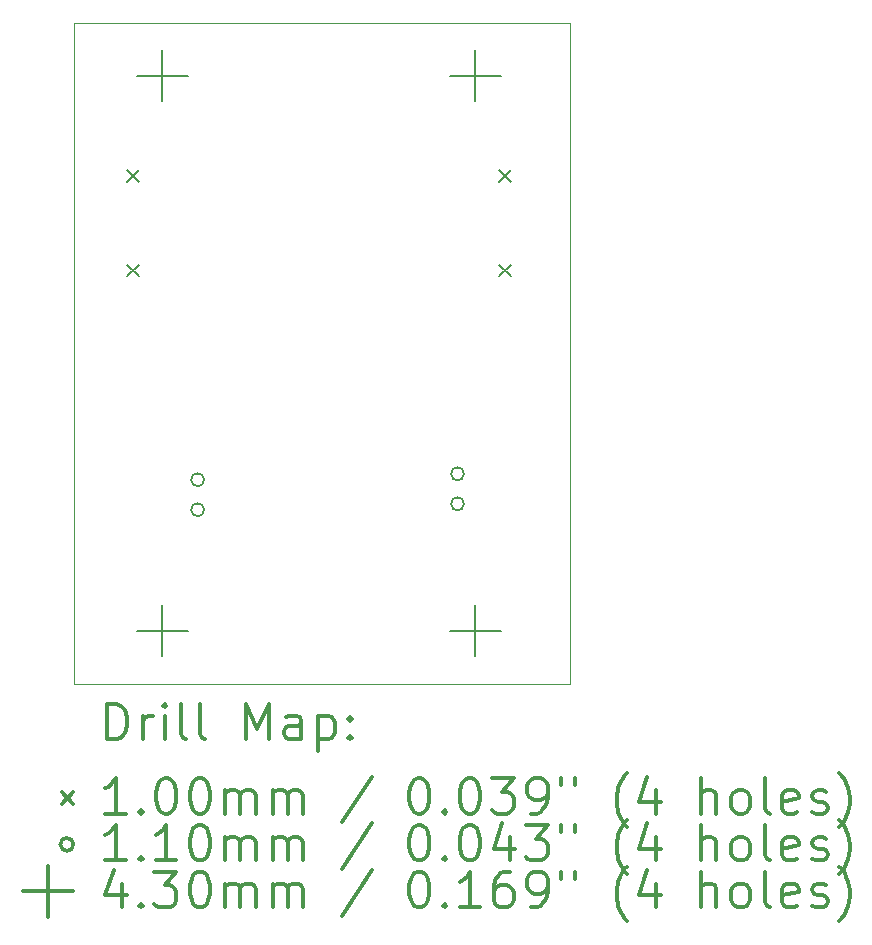
<source format=gbr>
%FSLAX45Y45*%
G04 Gerber Fmt 4.5, Leading zero omitted, Abs format (unit mm)*
G04 Created by KiCad (PCBNEW 5.1.6-c6e7f7d~87~ubuntu20.04.1) date 2020-09-02 03:29:40*
%MOMM*%
%LPD*%
G01*
G04 APERTURE LIST*
%TA.AperFunction,Profile*%
%ADD10C,0.050000*%
%TD*%
%ADD11C,0.200000*%
%ADD12C,0.300000*%
G04 APERTURE END LIST*
D10*
X3700000Y-1900000D02*
X7900000Y-1900000D01*
X3700000Y-1900000D02*
X3700000Y-7500000D01*
X7900000Y-7500000D02*
X3700000Y-7500000D01*
X7900000Y-1900000D02*
X7900000Y-7500000D01*
D11*
X4150000Y-3150000D02*
X4250000Y-3250000D01*
X4250000Y-3150000D02*
X4150000Y-3250000D01*
X4150000Y-3950000D02*
X4250000Y-4050000D01*
X4250000Y-3950000D02*
X4150000Y-4050000D01*
X7300000Y-3150000D02*
X7400000Y-3250000D01*
X7400000Y-3150000D02*
X7300000Y-3250000D01*
X7300000Y-3950000D02*
X7400000Y-4050000D01*
X7400000Y-3950000D02*
X7300000Y-4050000D01*
X7005000Y-5721000D02*
G75*
G03*
X7005000Y-5721000I-55000J0D01*
G01*
X7005000Y-5975000D02*
G75*
G03*
X7005000Y-5975000I-55000J0D01*
G01*
X4805000Y-5771000D02*
G75*
G03*
X4805000Y-5771000I-55000J0D01*
G01*
X4805000Y-6025000D02*
G75*
G03*
X4805000Y-6025000I-55000J0D01*
G01*
X4450000Y-6835000D02*
X4450000Y-7265000D01*
X4235000Y-7050000D02*
X4665000Y-7050000D01*
X4450000Y-2135000D02*
X4450000Y-2565000D01*
X4235000Y-2350000D02*
X4665000Y-2350000D01*
X7100000Y-2135000D02*
X7100000Y-2565000D01*
X6885000Y-2350000D02*
X7315000Y-2350000D01*
X7100000Y-6835000D02*
X7100000Y-7265000D01*
X6885000Y-7050000D02*
X7315000Y-7050000D01*
D12*
X3983928Y-7968214D02*
X3983928Y-7668214D01*
X4055357Y-7668214D01*
X4098214Y-7682500D01*
X4126786Y-7711071D01*
X4141071Y-7739643D01*
X4155357Y-7796786D01*
X4155357Y-7839643D01*
X4141071Y-7896786D01*
X4126786Y-7925357D01*
X4098214Y-7953929D01*
X4055357Y-7968214D01*
X3983928Y-7968214D01*
X4283928Y-7968214D02*
X4283928Y-7768214D01*
X4283928Y-7825357D02*
X4298214Y-7796786D01*
X4312500Y-7782500D01*
X4341071Y-7768214D01*
X4369643Y-7768214D01*
X4469643Y-7968214D02*
X4469643Y-7768214D01*
X4469643Y-7668214D02*
X4455357Y-7682500D01*
X4469643Y-7696786D01*
X4483928Y-7682500D01*
X4469643Y-7668214D01*
X4469643Y-7696786D01*
X4655357Y-7968214D02*
X4626786Y-7953929D01*
X4612500Y-7925357D01*
X4612500Y-7668214D01*
X4812500Y-7968214D02*
X4783928Y-7953929D01*
X4769643Y-7925357D01*
X4769643Y-7668214D01*
X5155357Y-7968214D02*
X5155357Y-7668214D01*
X5255357Y-7882500D01*
X5355357Y-7668214D01*
X5355357Y-7968214D01*
X5626786Y-7968214D02*
X5626786Y-7811071D01*
X5612500Y-7782500D01*
X5583928Y-7768214D01*
X5526786Y-7768214D01*
X5498214Y-7782500D01*
X5626786Y-7953929D02*
X5598214Y-7968214D01*
X5526786Y-7968214D01*
X5498214Y-7953929D01*
X5483928Y-7925357D01*
X5483928Y-7896786D01*
X5498214Y-7868214D01*
X5526786Y-7853929D01*
X5598214Y-7853929D01*
X5626786Y-7839643D01*
X5769643Y-7768214D02*
X5769643Y-8068214D01*
X5769643Y-7782500D02*
X5798214Y-7768214D01*
X5855357Y-7768214D01*
X5883928Y-7782500D01*
X5898214Y-7796786D01*
X5912500Y-7825357D01*
X5912500Y-7911071D01*
X5898214Y-7939643D01*
X5883928Y-7953929D01*
X5855357Y-7968214D01*
X5798214Y-7968214D01*
X5769643Y-7953929D01*
X6041071Y-7939643D02*
X6055357Y-7953929D01*
X6041071Y-7968214D01*
X6026786Y-7953929D01*
X6041071Y-7939643D01*
X6041071Y-7968214D01*
X6041071Y-7782500D02*
X6055357Y-7796786D01*
X6041071Y-7811071D01*
X6026786Y-7796786D01*
X6041071Y-7782500D01*
X6041071Y-7811071D01*
X3597500Y-8412500D02*
X3697500Y-8512500D01*
X3697500Y-8412500D02*
X3597500Y-8512500D01*
X4141071Y-8598214D02*
X3969643Y-8598214D01*
X4055357Y-8598214D02*
X4055357Y-8298214D01*
X4026786Y-8341071D01*
X3998214Y-8369643D01*
X3969643Y-8383929D01*
X4269643Y-8569643D02*
X4283928Y-8583929D01*
X4269643Y-8598214D01*
X4255357Y-8583929D01*
X4269643Y-8569643D01*
X4269643Y-8598214D01*
X4469643Y-8298214D02*
X4498214Y-8298214D01*
X4526786Y-8312500D01*
X4541071Y-8326786D01*
X4555357Y-8355357D01*
X4569643Y-8412500D01*
X4569643Y-8483929D01*
X4555357Y-8541072D01*
X4541071Y-8569643D01*
X4526786Y-8583929D01*
X4498214Y-8598214D01*
X4469643Y-8598214D01*
X4441071Y-8583929D01*
X4426786Y-8569643D01*
X4412500Y-8541072D01*
X4398214Y-8483929D01*
X4398214Y-8412500D01*
X4412500Y-8355357D01*
X4426786Y-8326786D01*
X4441071Y-8312500D01*
X4469643Y-8298214D01*
X4755357Y-8298214D02*
X4783928Y-8298214D01*
X4812500Y-8312500D01*
X4826786Y-8326786D01*
X4841071Y-8355357D01*
X4855357Y-8412500D01*
X4855357Y-8483929D01*
X4841071Y-8541072D01*
X4826786Y-8569643D01*
X4812500Y-8583929D01*
X4783928Y-8598214D01*
X4755357Y-8598214D01*
X4726786Y-8583929D01*
X4712500Y-8569643D01*
X4698214Y-8541072D01*
X4683928Y-8483929D01*
X4683928Y-8412500D01*
X4698214Y-8355357D01*
X4712500Y-8326786D01*
X4726786Y-8312500D01*
X4755357Y-8298214D01*
X4983928Y-8598214D02*
X4983928Y-8398214D01*
X4983928Y-8426786D02*
X4998214Y-8412500D01*
X5026786Y-8398214D01*
X5069643Y-8398214D01*
X5098214Y-8412500D01*
X5112500Y-8441072D01*
X5112500Y-8598214D01*
X5112500Y-8441072D02*
X5126786Y-8412500D01*
X5155357Y-8398214D01*
X5198214Y-8398214D01*
X5226786Y-8412500D01*
X5241071Y-8441072D01*
X5241071Y-8598214D01*
X5383928Y-8598214D02*
X5383928Y-8398214D01*
X5383928Y-8426786D02*
X5398214Y-8412500D01*
X5426786Y-8398214D01*
X5469643Y-8398214D01*
X5498214Y-8412500D01*
X5512500Y-8441072D01*
X5512500Y-8598214D01*
X5512500Y-8441072D02*
X5526786Y-8412500D01*
X5555357Y-8398214D01*
X5598214Y-8398214D01*
X5626786Y-8412500D01*
X5641071Y-8441072D01*
X5641071Y-8598214D01*
X6226786Y-8283929D02*
X5969643Y-8669643D01*
X6612500Y-8298214D02*
X6641071Y-8298214D01*
X6669643Y-8312500D01*
X6683928Y-8326786D01*
X6698214Y-8355357D01*
X6712500Y-8412500D01*
X6712500Y-8483929D01*
X6698214Y-8541072D01*
X6683928Y-8569643D01*
X6669643Y-8583929D01*
X6641071Y-8598214D01*
X6612500Y-8598214D01*
X6583928Y-8583929D01*
X6569643Y-8569643D01*
X6555357Y-8541072D01*
X6541071Y-8483929D01*
X6541071Y-8412500D01*
X6555357Y-8355357D01*
X6569643Y-8326786D01*
X6583928Y-8312500D01*
X6612500Y-8298214D01*
X6841071Y-8569643D02*
X6855357Y-8583929D01*
X6841071Y-8598214D01*
X6826786Y-8583929D01*
X6841071Y-8569643D01*
X6841071Y-8598214D01*
X7041071Y-8298214D02*
X7069643Y-8298214D01*
X7098214Y-8312500D01*
X7112500Y-8326786D01*
X7126786Y-8355357D01*
X7141071Y-8412500D01*
X7141071Y-8483929D01*
X7126786Y-8541072D01*
X7112500Y-8569643D01*
X7098214Y-8583929D01*
X7069643Y-8598214D01*
X7041071Y-8598214D01*
X7012500Y-8583929D01*
X6998214Y-8569643D01*
X6983928Y-8541072D01*
X6969643Y-8483929D01*
X6969643Y-8412500D01*
X6983928Y-8355357D01*
X6998214Y-8326786D01*
X7012500Y-8312500D01*
X7041071Y-8298214D01*
X7241071Y-8298214D02*
X7426786Y-8298214D01*
X7326786Y-8412500D01*
X7369643Y-8412500D01*
X7398214Y-8426786D01*
X7412500Y-8441072D01*
X7426786Y-8469643D01*
X7426786Y-8541072D01*
X7412500Y-8569643D01*
X7398214Y-8583929D01*
X7369643Y-8598214D01*
X7283928Y-8598214D01*
X7255357Y-8583929D01*
X7241071Y-8569643D01*
X7569643Y-8598214D02*
X7626786Y-8598214D01*
X7655357Y-8583929D01*
X7669643Y-8569643D01*
X7698214Y-8526786D01*
X7712500Y-8469643D01*
X7712500Y-8355357D01*
X7698214Y-8326786D01*
X7683928Y-8312500D01*
X7655357Y-8298214D01*
X7598214Y-8298214D01*
X7569643Y-8312500D01*
X7555357Y-8326786D01*
X7541071Y-8355357D01*
X7541071Y-8426786D01*
X7555357Y-8455357D01*
X7569643Y-8469643D01*
X7598214Y-8483929D01*
X7655357Y-8483929D01*
X7683928Y-8469643D01*
X7698214Y-8455357D01*
X7712500Y-8426786D01*
X7826786Y-8298214D02*
X7826786Y-8355357D01*
X7941071Y-8298214D02*
X7941071Y-8355357D01*
X8383928Y-8712500D02*
X8369643Y-8698214D01*
X8341071Y-8655357D01*
X8326786Y-8626786D01*
X8312500Y-8583929D01*
X8298214Y-8512500D01*
X8298214Y-8455357D01*
X8312500Y-8383929D01*
X8326786Y-8341071D01*
X8341071Y-8312500D01*
X8369643Y-8269643D01*
X8383928Y-8255357D01*
X8626786Y-8398214D02*
X8626786Y-8598214D01*
X8555357Y-8283929D02*
X8483928Y-8498214D01*
X8669643Y-8498214D01*
X9012500Y-8598214D02*
X9012500Y-8298214D01*
X9141071Y-8598214D02*
X9141071Y-8441072D01*
X9126786Y-8412500D01*
X9098214Y-8398214D01*
X9055357Y-8398214D01*
X9026786Y-8412500D01*
X9012500Y-8426786D01*
X9326786Y-8598214D02*
X9298214Y-8583929D01*
X9283928Y-8569643D01*
X9269643Y-8541072D01*
X9269643Y-8455357D01*
X9283928Y-8426786D01*
X9298214Y-8412500D01*
X9326786Y-8398214D01*
X9369643Y-8398214D01*
X9398214Y-8412500D01*
X9412500Y-8426786D01*
X9426786Y-8455357D01*
X9426786Y-8541072D01*
X9412500Y-8569643D01*
X9398214Y-8583929D01*
X9369643Y-8598214D01*
X9326786Y-8598214D01*
X9598214Y-8598214D02*
X9569643Y-8583929D01*
X9555357Y-8555357D01*
X9555357Y-8298214D01*
X9826786Y-8583929D02*
X9798214Y-8598214D01*
X9741071Y-8598214D01*
X9712500Y-8583929D01*
X9698214Y-8555357D01*
X9698214Y-8441072D01*
X9712500Y-8412500D01*
X9741071Y-8398214D01*
X9798214Y-8398214D01*
X9826786Y-8412500D01*
X9841071Y-8441072D01*
X9841071Y-8469643D01*
X9698214Y-8498214D01*
X9955357Y-8583929D02*
X9983928Y-8598214D01*
X10041071Y-8598214D01*
X10069643Y-8583929D01*
X10083928Y-8555357D01*
X10083928Y-8541072D01*
X10069643Y-8512500D01*
X10041071Y-8498214D01*
X9998214Y-8498214D01*
X9969643Y-8483929D01*
X9955357Y-8455357D01*
X9955357Y-8441072D01*
X9969643Y-8412500D01*
X9998214Y-8398214D01*
X10041071Y-8398214D01*
X10069643Y-8412500D01*
X10183928Y-8712500D02*
X10198214Y-8698214D01*
X10226786Y-8655357D01*
X10241071Y-8626786D01*
X10255357Y-8583929D01*
X10269643Y-8512500D01*
X10269643Y-8455357D01*
X10255357Y-8383929D01*
X10241071Y-8341071D01*
X10226786Y-8312500D01*
X10198214Y-8269643D01*
X10183928Y-8255357D01*
X3697500Y-8858500D02*
G75*
G03*
X3697500Y-8858500I-55000J0D01*
G01*
X4141071Y-8994214D02*
X3969643Y-8994214D01*
X4055357Y-8994214D02*
X4055357Y-8694214D01*
X4026786Y-8737072D01*
X3998214Y-8765643D01*
X3969643Y-8779929D01*
X4269643Y-8965643D02*
X4283928Y-8979929D01*
X4269643Y-8994214D01*
X4255357Y-8979929D01*
X4269643Y-8965643D01*
X4269643Y-8994214D01*
X4569643Y-8994214D02*
X4398214Y-8994214D01*
X4483928Y-8994214D02*
X4483928Y-8694214D01*
X4455357Y-8737072D01*
X4426786Y-8765643D01*
X4398214Y-8779929D01*
X4755357Y-8694214D02*
X4783928Y-8694214D01*
X4812500Y-8708500D01*
X4826786Y-8722786D01*
X4841071Y-8751357D01*
X4855357Y-8808500D01*
X4855357Y-8879929D01*
X4841071Y-8937072D01*
X4826786Y-8965643D01*
X4812500Y-8979929D01*
X4783928Y-8994214D01*
X4755357Y-8994214D01*
X4726786Y-8979929D01*
X4712500Y-8965643D01*
X4698214Y-8937072D01*
X4683928Y-8879929D01*
X4683928Y-8808500D01*
X4698214Y-8751357D01*
X4712500Y-8722786D01*
X4726786Y-8708500D01*
X4755357Y-8694214D01*
X4983928Y-8994214D02*
X4983928Y-8794214D01*
X4983928Y-8822786D02*
X4998214Y-8808500D01*
X5026786Y-8794214D01*
X5069643Y-8794214D01*
X5098214Y-8808500D01*
X5112500Y-8837072D01*
X5112500Y-8994214D01*
X5112500Y-8837072D02*
X5126786Y-8808500D01*
X5155357Y-8794214D01*
X5198214Y-8794214D01*
X5226786Y-8808500D01*
X5241071Y-8837072D01*
X5241071Y-8994214D01*
X5383928Y-8994214D02*
X5383928Y-8794214D01*
X5383928Y-8822786D02*
X5398214Y-8808500D01*
X5426786Y-8794214D01*
X5469643Y-8794214D01*
X5498214Y-8808500D01*
X5512500Y-8837072D01*
X5512500Y-8994214D01*
X5512500Y-8837072D02*
X5526786Y-8808500D01*
X5555357Y-8794214D01*
X5598214Y-8794214D01*
X5626786Y-8808500D01*
X5641071Y-8837072D01*
X5641071Y-8994214D01*
X6226786Y-8679929D02*
X5969643Y-9065643D01*
X6612500Y-8694214D02*
X6641071Y-8694214D01*
X6669643Y-8708500D01*
X6683928Y-8722786D01*
X6698214Y-8751357D01*
X6712500Y-8808500D01*
X6712500Y-8879929D01*
X6698214Y-8937072D01*
X6683928Y-8965643D01*
X6669643Y-8979929D01*
X6641071Y-8994214D01*
X6612500Y-8994214D01*
X6583928Y-8979929D01*
X6569643Y-8965643D01*
X6555357Y-8937072D01*
X6541071Y-8879929D01*
X6541071Y-8808500D01*
X6555357Y-8751357D01*
X6569643Y-8722786D01*
X6583928Y-8708500D01*
X6612500Y-8694214D01*
X6841071Y-8965643D02*
X6855357Y-8979929D01*
X6841071Y-8994214D01*
X6826786Y-8979929D01*
X6841071Y-8965643D01*
X6841071Y-8994214D01*
X7041071Y-8694214D02*
X7069643Y-8694214D01*
X7098214Y-8708500D01*
X7112500Y-8722786D01*
X7126786Y-8751357D01*
X7141071Y-8808500D01*
X7141071Y-8879929D01*
X7126786Y-8937072D01*
X7112500Y-8965643D01*
X7098214Y-8979929D01*
X7069643Y-8994214D01*
X7041071Y-8994214D01*
X7012500Y-8979929D01*
X6998214Y-8965643D01*
X6983928Y-8937072D01*
X6969643Y-8879929D01*
X6969643Y-8808500D01*
X6983928Y-8751357D01*
X6998214Y-8722786D01*
X7012500Y-8708500D01*
X7041071Y-8694214D01*
X7398214Y-8794214D02*
X7398214Y-8994214D01*
X7326786Y-8679929D02*
X7255357Y-8894214D01*
X7441071Y-8894214D01*
X7526786Y-8694214D02*
X7712500Y-8694214D01*
X7612500Y-8808500D01*
X7655357Y-8808500D01*
X7683928Y-8822786D01*
X7698214Y-8837072D01*
X7712500Y-8865643D01*
X7712500Y-8937072D01*
X7698214Y-8965643D01*
X7683928Y-8979929D01*
X7655357Y-8994214D01*
X7569643Y-8994214D01*
X7541071Y-8979929D01*
X7526786Y-8965643D01*
X7826786Y-8694214D02*
X7826786Y-8751357D01*
X7941071Y-8694214D02*
X7941071Y-8751357D01*
X8383928Y-9108500D02*
X8369643Y-9094214D01*
X8341071Y-9051357D01*
X8326786Y-9022786D01*
X8312500Y-8979929D01*
X8298214Y-8908500D01*
X8298214Y-8851357D01*
X8312500Y-8779929D01*
X8326786Y-8737072D01*
X8341071Y-8708500D01*
X8369643Y-8665643D01*
X8383928Y-8651357D01*
X8626786Y-8794214D02*
X8626786Y-8994214D01*
X8555357Y-8679929D02*
X8483928Y-8894214D01*
X8669643Y-8894214D01*
X9012500Y-8994214D02*
X9012500Y-8694214D01*
X9141071Y-8994214D02*
X9141071Y-8837072D01*
X9126786Y-8808500D01*
X9098214Y-8794214D01*
X9055357Y-8794214D01*
X9026786Y-8808500D01*
X9012500Y-8822786D01*
X9326786Y-8994214D02*
X9298214Y-8979929D01*
X9283928Y-8965643D01*
X9269643Y-8937072D01*
X9269643Y-8851357D01*
X9283928Y-8822786D01*
X9298214Y-8808500D01*
X9326786Y-8794214D01*
X9369643Y-8794214D01*
X9398214Y-8808500D01*
X9412500Y-8822786D01*
X9426786Y-8851357D01*
X9426786Y-8937072D01*
X9412500Y-8965643D01*
X9398214Y-8979929D01*
X9369643Y-8994214D01*
X9326786Y-8994214D01*
X9598214Y-8994214D02*
X9569643Y-8979929D01*
X9555357Y-8951357D01*
X9555357Y-8694214D01*
X9826786Y-8979929D02*
X9798214Y-8994214D01*
X9741071Y-8994214D01*
X9712500Y-8979929D01*
X9698214Y-8951357D01*
X9698214Y-8837072D01*
X9712500Y-8808500D01*
X9741071Y-8794214D01*
X9798214Y-8794214D01*
X9826786Y-8808500D01*
X9841071Y-8837072D01*
X9841071Y-8865643D01*
X9698214Y-8894214D01*
X9955357Y-8979929D02*
X9983928Y-8994214D01*
X10041071Y-8994214D01*
X10069643Y-8979929D01*
X10083928Y-8951357D01*
X10083928Y-8937072D01*
X10069643Y-8908500D01*
X10041071Y-8894214D01*
X9998214Y-8894214D01*
X9969643Y-8879929D01*
X9955357Y-8851357D01*
X9955357Y-8837072D01*
X9969643Y-8808500D01*
X9998214Y-8794214D01*
X10041071Y-8794214D01*
X10069643Y-8808500D01*
X10183928Y-9108500D02*
X10198214Y-9094214D01*
X10226786Y-9051357D01*
X10241071Y-9022786D01*
X10255357Y-8979929D01*
X10269643Y-8908500D01*
X10269643Y-8851357D01*
X10255357Y-8779929D01*
X10241071Y-8737072D01*
X10226786Y-8708500D01*
X10198214Y-8665643D01*
X10183928Y-8651357D01*
X3482500Y-9039500D02*
X3482500Y-9469500D01*
X3267500Y-9254500D02*
X3697500Y-9254500D01*
X4112500Y-9190214D02*
X4112500Y-9390214D01*
X4041071Y-9075929D02*
X3969643Y-9290214D01*
X4155357Y-9290214D01*
X4269643Y-9361643D02*
X4283928Y-9375929D01*
X4269643Y-9390214D01*
X4255357Y-9375929D01*
X4269643Y-9361643D01*
X4269643Y-9390214D01*
X4383928Y-9090214D02*
X4569643Y-9090214D01*
X4469643Y-9204500D01*
X4512500Y-9204500D01*
X4541071Y-9218786D01*
X4555357Y-9233072D01*
X4569643Y-9261643D01*
X4569643Y-9333072D01*
X4555357Y-9361643D01*
X4541071Y-9375929D01*
X4512500Y-9390214D01*
X4426786Y-9390214D01*
X4398214Y-9375929D01*
X4383928Y-9361643D01*
X4755357Y-9090214D02*
X4783928Y-9090214D01*
X4812500Y-9104500D01*
X4826786Y-9118786D01*
X4841071Y-9147357D01*
X4855357Y-9204500D01*
X4855357Y-9275929D01*
X4841071Y-9333072D01*
X4826786Y-9361643D01*
X4812500Y-9375929D01*
X4783928Y-9390214D01*
X4755357Y-9390214D01*
X4726786Y-9375929D01*
X4712500Y-9361643D01*
X4698214Y-9333072D01*
X4683928Y-9275929D01*
X4683928Y-9204500D01*
X4698214Y-9147357D01*
X4712500Y-9118786D01*
X4726786Y-9104500D01*
X4755357Y-9090214D01*
X4983928Y-9390214D02*
X4983928Y-9190214D01*
X4983928Y-9218786D02*
X4998214Y-9204500D01*
X5026786Y-9190214D01*
X5069643Y-9190214D01*
X5098214Y-9204500D01*
X5112500Y-9233072D01*
X5112500Y-9390214D01*
X5112500Y-9233072D02*
X5126786Y-9204500D01*
X5155357Y-9190214D01*
X5198214Y-9190214D01*
X5226786Y-9204500D01*
X5241071Y-9233072D01*
X5241071Y-9390214D01*
X5383928Y-9390214D02*
X5383928Y-9190214D01*
X5383928Y-9218786D02*
X5398214Y-9204500D01*
X5426786Y-9190214D01*
X5469643Y-9190214D01*
X5498214Y-9204500D01*
X5512500Y-9233072D01*
X5512500Y-9390214D01*
X5512500Y-9233072D02*
X5526786Y-9204500D01*
X5555357Y-9190214D01*
X5598214Y-9190214D01*
X5626786Y-9204500D01*
X5641071Y-9233072D01*
X5641071Y-9390214D01*
X6226786Y-9075929D02*
X5969643Y-9461643D01*
X6612500Y-9090214D02*
X6641071Y-9090214D01*
X6669643Y-9104500D01*
X6683928Y-9118786D01*
X6698214Y-9147357D01*
X6712500Y-9204500D01*
X6712500Y-9275929D01*
X6698214Y-9333072D01*
X6683928Y-9361643D01*
X6669643Y-9375929D01*
X6641071Y-9390214D01*
X6612500Y-9390214D01*
X6583928Y-9375929D01*
X6569643Y-9361643D01*
X6555357Y-9333072D01*
X6541071Y-9275929D01*
X6541071Y-9204500D01*
X6555357Y-9147357D01*
X6569643Y-9118786D01*
X6583928Y-9104500D01*
X6612500Y-9090214D01*
X6841071Y-9361643D02*
X6855357Y-9375929D01*
X6841071Y-9390214D01*
X6826786Y-9375929D01*
X6841071Y-9361643D01*
X6841071Y-9390214D01*
X7141071Y-9390214D02*
X6969643Y-9390214D01*
X7055357Y-9390214D02*
X7055357Y-9090214D01*
X7026786Y-9133072D01*
X6998214Y-9161643D01*
X6969643Y-9175929D01*
X7398214Y-9090214D02*
X7341071Y-9090214D01*
X7312500Y-9104500D01*
X7298214Y-9118786D01*
X7269643Y-9161643D01*
X7255357Y-9218786D01*
X7255357Y-9333072D01*
X7269643Y-9361643D01*
X7283928Y-9375929D01*
X7312500Y-9390214D01*
X7369643Y-9390214D01*
X7398214Y-9375929D01*
X7412500Y-9361643D01*
X7426786Y-9333072D01*
X7426786Y-9261643D01*
X7412500Y-9233072D01*
X7398214Y-9218786D01*
X7369643Y-9204500D01*
X7312500Y-9204500D01*
X7283928Y-9218786D01*
X7269643Y-9233072D01*
X7255357Y-9261643D01*
X7569643Y-9390214D02*
X7626786Y-9390214D01*
X7655357Y-9375929D01*
X7669643Y-9361643D01*
X7698214Y-9318786D01*
X7712500Y-9261643D01*
X7712500Y-9147357D01*
X7698214Y-9118786D01*
X7683928Y-9104500D01*
X7655357Y-9090214D01*
X7598214Y-9090214D01*
X7569643Y-9104500D01*
X7555357Y-9118786D01*
X7541071Y-9147357D01*
X7541071Y-9218786D01*
X7555357Y-9247357D01*
X7569643Y-9261643D01*
X7598214Y-9275929D01*
X7655357Y-9275929D01*
X7683928Y-9261643D01*
X7698214Y-9247357D01*
X7712500Y-9218786D01*
X7826786Y-9090214D02*
X7826786Y-9147357D01*
X7941071Y-9090214D02*
X7941071Y-9147357D01*
X8383928Y-9504500D02*
X8369643Y-9490214D01*
X8341071Y-9447357D01*
X8326786Y-9418786D01*
X8312500Y-9375929D01*
X8298214Y-9304500D01*
X8298214Y-9247357D01*
X8312500Y-9175929D01*
X8326786Y-9133072D01*
X8341071Y-9104500D01*
X8369643Y-9061643D01*
X8383928Y-9047357D01*
X8626786Y-9190214D02*
X8626786Y-9390214D01*
X8555357Y-9075929D02*
X8483928Y-9290214D01*
X8669643Y-9290214D01*
X9012500Y-9390214D02*
X9012500Y-9090214D01*
X9141071Y-9390214D02*
X9141071Y-9233072D01*
X9126786Y-9204500D01*
X9098214Y-9190214D01*
X9055357Y-9190214D01*
X9026786Y-9204500D01*
X9012500Y-9218786D01*
X9326786Y-9390214D02*
X9298214Y-9375929D01*
X9283928Y-9361643D01*
X9269643Y-9333072D01*
X9269643Y-9247357D01*
X9283928Y-9218786D01*
X9298214Y-9204500D01*
X9326786Y-9190214D01*
X9369643Y-9190214D01*
X9398214Y-9204500D01*
X9412500Y-9218786D01*
X9426786Y-9247357D01*
X9426786Y-9333072D01*
X9412500Y-9361643D01*
X9398214Y-9375929D01*
X9369643Y-9390214D01*
X9326786Y-9390214D01*
X9598214Y-9390214D02*
X9569643Y-9375929D01*
X9555357Y-9347357D01*
X9555357Y-9090214D01*
X9826786Y-9375929D02*
X9798214Y-9390214D01*
X9741071Y-9390214D01*
X9712500Y-9375929D01*
X9698214Y-9347357D01*
X9698214Y-9233072D01*
X9712500Y-9204500D01*
X9741071Y-9190214D01*
X9798214Y-9190214D01*
X9826786Y-9204500D01*
X9841071Y-9233072D01*
X9841071Y-9261643D01*
X9698214Y-9290214D01*
X9955357Y-9375929D02*
X9983928Y-9390214D01*
X10041071Y-9390214D01*
X10069643Y-9375929D01*
X10083928Y-9347357D01*
X10083928Y-9333072D01*
X10069643Y-9304500D01*
X10041071Y-9290214D01*
X9998214Y-9290214D01*
X9969643Y-9275929D01*
X9955357Y-9247357D01*
X9955357Y-9233072D01*
X9969643Y-9204500D01*
X9998214Y-9190214D01*
X10041071Y-9190214D01*
X10069643Y-9204500D01*
X10183928Y-9504500D02*
X10198214Y-9490214D01*
X10226786Y-9447357D01*
X10241071Y-9418786D01*
X10255357Y-9375929D01*
X10269643Y-9304500D01*
X10269643Y-9247357D01*
X10255357Y-9175929D01*
X10241071Y-9133072D01*
X10226786Y-9104500D01*
X10198214Y-9061643D01*
X10183928Y-9047357D01*
M02*

</source>
